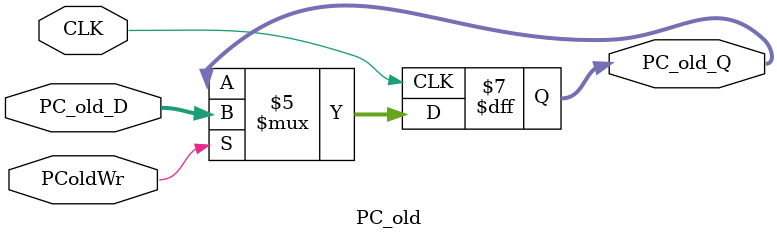
<source format=v>
`timescale 1ns / 1ps


module PC_old(
input PColdWr,
input CLK,
 input [31:0] PC_old_D,
  output reg [31:0] PC_old_Q
    );
    initial PC_old_Q <= 0;
  always @ (posedge CLK) begin
        //PC_W=PCWr|(PCWrCond & F3_result);
        if(PColdWr==1) PC_old_Q=PC_old_D;
  end
endmodule

</source>
